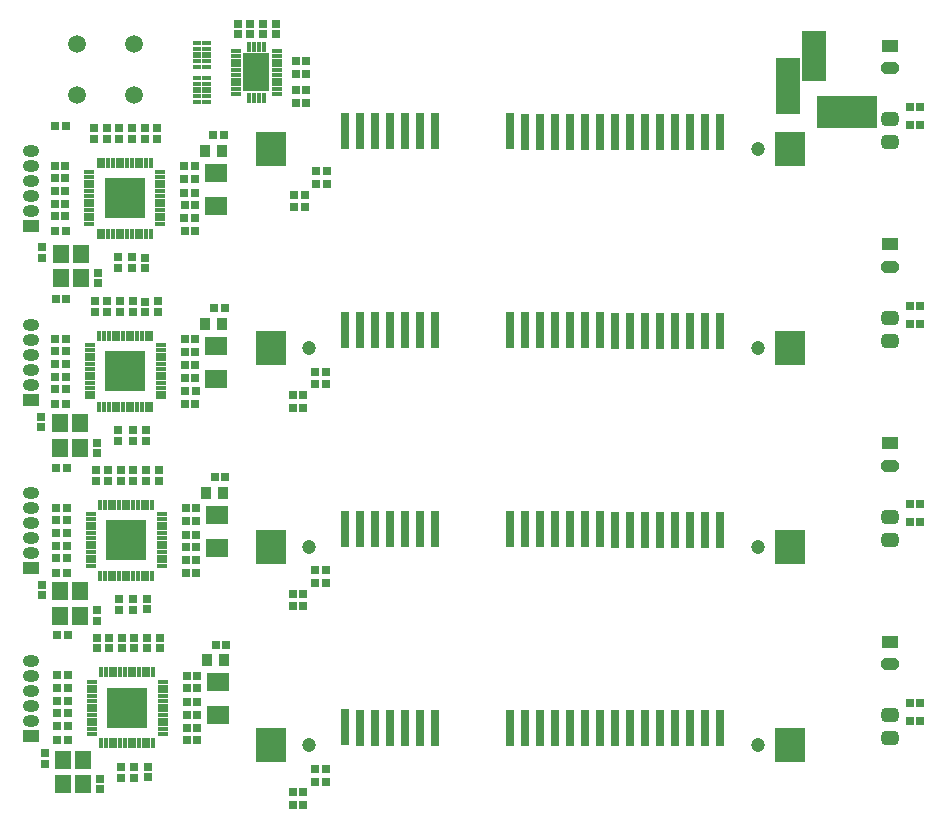
<source format=gts>
G04*
G04 #@! TF.GenerationSoftware,Altium Limited,Altium Designer,24.0.1 (36)*
G04*
G04 Layer_Color=8388736*
%FSLAX44Y44*%
%MOMM*%
G71*
G04*
G04 #@! TF.SameCoordinates,2863EE23-0FE7-43ED-B731-855E9A245776*
G04*
G04*
G04 #@! TF.FilePolarity,Negative*
G04*
G01*
G75*
%ADD33R,0.9032X0.4032*%
%ADD34R,0.4032X0.9032*%
%ADD35R,2.2032X3.2032*%
%ADD36R,0.7032X0.7032*%
%ADD37R,0.7032X0.7032*%
%ADD38O,0.9032X0.4032*%
%ADD39O,0.4032X0.9032*%
%ADD40R,3.5032X3.5032*%
%ADD41R,1.8532X1.6032*%
%ADD42R,2.6032X3.0032*%
%ADD43R,0.8032X3.1032*%
%ADD44R,1.4032X1.5032*%
%ADD45R,0.9532X1.0532*%
G04:AMPARAMS|DCode=46|XSize=1.4732mm|YSize=1.2192mm|CornerRadius=0.3556mm|HoleSize=0mm|Usage=FLASHONLY|Rotation=180.000|XOffset=0mm|YOffset=0mm|HoleType=Round|Shape=RoundedRectangle|*
%AMROUNDEDRECTD46*
21,1,1.4732,0.5080,0,0,180.0*
21,1,0.7620,1.2192,0,0,180.0*
1,1,0.7112,-0.3810,0.2540*
1,1,0.7112,0.3810,0.2540*
1,1,0.7112,0.3810,-0.2540*
1,1,0.7112,-0.3810,-0.2540*
%
%ADD46ROUNDEDRECTD46*%
G04:AMPARAMS|DCode=47|XSize=1.4732mm|YSize=1.0922mm|CornerRadius=0mm|HoleSize=0mm|Usage=FLASHONLY|Rotation=0.000|XOffset=0mm|YOffset=0mm|HoleType=Round|Shape=Octagon|*
%AMOCTAGOND47*
4,1,8,0.7366,-0.2731,0.7366,0.2731,0.4636,0.5461,-0.4636,0.5461,-0.7366,0.2731,-0.7366,-0.2731,-0.4636,-0.5461,0.4636,-0.5461,0.7366,-0.2731,0.0*
%
%ADD47OCTAGOND47*%

%ADD48R,1.4732X1.0922*%
%ADD49C,1.5032*%
%ADD50O,1.4032X1.0032*%
%ADD51R,1.4032X1.0032*%
%ADD52C,1.2032*%
%ADD53R,2.0032X4.7032*%
%ADD54R,2.0032X4.2032*%
%ADD55R,5.2032X2.8032*%
G36*
X166307Y618996D02*
X159257D01*
Y622396D01*
X166307D01*
Y618996D01*
D02*
G37*
G36*
X157957D02*
X150907D01*
Y622396D01*
X157957D01*
Y618996D01*
D02*
G37*
G36*
X166307Y613996D02*
X159257D01*
Y617396D01*
X166307D01*
Y613996D01*
D02*
G37*
G36*
X157957D02*
X150907D01*
Y617396D01*
X157957D01*
Y613996D01*
D02*
G37*
G36*
X166307Y607996D02*
X159257D01*
Y613396D01*
X166307D01*
Y607996D01*
D02*
G37*
G36*
X157957D02*
X150907D01*
Y613396D01*
X157957D01*
Y607996D01*
D02*
G37*
G36*
X166307Y603996D02*
X159257D01*
Y607396D01*
X166307D01*
Y603996D01*
D02*
G37*
G36*
X157957D02*
X150907D01*
Y607396D01*
X157957D01*
Y603996D01*
D02*
G37*
G36*
X166307Y598996D02*
X159257D01*
Y602396D01*
X166307D01*
Y598996D01*
D02*
G37*
G36*
X157957D02*
X150907D01*
Y602396D01*
X157957D01*
Y598996D01*
D02*
G37*
G36*
X166307Y648728D02*
X159257D01*
Y652128D01*
X166307D01*
Y648728D01*
D02*
G37*
G36*
X157957D02*
X150907D01*
Y652128D01*
X157957D01*
Y648728D01*
D02*
G37*
G36*
X166307Y643728D02*
X159257D01*
Y647128D01*
X166307D01*
Y643728D01*
D02*
G37*
G36*
X157957D02*
X150907D01*
Y647128D01*
X157957D01*
Y643728D01*
D02*
G37*
G36*
X166307Y637728D02*
X159257D01*
Y643128D01*
X166307D01*
Y637728D01*
D02*
G37*
G36*
X157957D02*
X150907D01*
Y643128D01*
X157957D01*
Y637728D01*
D02*
G37*
G36*
X166307Y633728D02*
X159257D01*
Y637128D01*
X166307D01*
Y633728D01*
D02*
G37*
G36*
X157957D02*
X150907D01*
Y637128D01*
X157957D01*
Y633728D01*
D02*
G37*
G36*
X166307Y628728D02*
X159257D01*
Y632128D01*
X166307D01*
Y628728D01*
D02*
G37*
G36*
X157957D02*
X150907D01*
Y632128D01*
X157957D01*
Y628728D01*
D02*
G37*
D33*
X187978Y643600D02*
D03*
Y639600D02*
D03*
Y635602D02*
D03*
Y631601D02*
D03*
Y627601D02*
D03*
Y623601D02*
D03*
Y619600D02*
D03*
Y615602D02*
D03*
Y611601D02*
D03*
Y607601D02*
D03*
X221978Y607604D02*
D03*
Y611604D02*
D03*
Y615602D02*
D03*
Y619603D02*
D03*
Y623603D02*
D03*
Y627603D02*
D03*
Y631604D02*
D03*
Y635602D02*
D03*
Y639603D02*
D03*
Y643603D02*
D03*
D34*
X198979Y603601D02*
D03*
X202979D02*
D03*
X206980D02*
D03*
X210980D02*
D03*
X210977Y647604D02*
D03*
X206977D02*
D03*
X202976D02*
D03*
X198976D02*
D03*
D35*
X204978Y625602D02*
D03*
D36*
X87376Y469066D02*
D03*
Y460066D02*
D03*
X79386Y288909D02*
D03*
Y279909D02*
D03*
X113030Y37270D02*
D03*
Y28770D02*
D03*
X188976Y666932D02*
D03*
Y657932D02*
D03*
X210312Y666614D02*
D03*
X199644Y666682D02*
D03*
X221234Y666614D02*
D03*
X68072Y422911D02*
D03*
X67564Y569469D02*
D03*
X69596Y137923D02*
D03*
X68718Y279909D02*
D03*
X78232Y578469D02*
D03*
X99568Y460066D02*
D03*
Y578469D02*
D03*
X67564D02*
D03*
X71120Y447112D02*
D03*
X23622Y468702D02*
D03*
X88900Y578469D02*
D03*
X110236Y578186D02*
D03*
X112268Y146640D02*
D03*
X111390Y288626D02*
D03*
X110744Y431628D02*
D03*
X72898Y18614D02*
D03*
X25654Y40530D02*
D03*
X70358Y161108D02*
D03*
X23114Y182952D02*
D03*
X90932Y146922D02*
D03*
X69596Y146923D02*
D03*
X90054Y288908D02*
D03*
X68718Y288909D02*
D03*
X101600Y28520D02*
D03*
X89916D02*
D03*
X80264Y146923D02*
D03*
X101600D02*
D03*
X88922Y170506D02*
D03*
X100722Y288909D02*
D03*
Y170506D02*
D03*
X70104Y303022D02*
D03*
X22860Y325192D02*
D03*
X89408Y431910D02*
D03*
X68072Y431911D02*
D03*
X87884Y313762D02*
D03*
X100076Y431911D02*
D03*
Y313508D02*
D03*
X78740Y431911D02*
D03*
X199644Y658182D02*
D03*
X210312Y658114D02*
D03*
X221234D02*
D03*
X101600Y37520D02*
D03*
X88922Y179506D02*
D03*
X70358Y170108D02*
D03*
X23114Y191952D02*
D03*
X87884Y322762D02*
D03*
X100722Y179506D02*
D03*
X112036Y171010D02*
D03*
Y179510D02*
D03*
X99568Y569469D02*
D03*
X110236Y569686D02*
D03*
X110998Y460316D02*
D03*
Y468816D02*
D03*
X99568Y469066D02*
D03*
X120904Y569468D02*
D03*
Y578468D02*
D03*
X78232Y569469D02*
D03*
X88900D02*
D03*
X71120Y456112D02*
D03*
X23622Y477702D02*
D03*
X70104Y312022D02*
D03*
X22860Y334192D02*
D03*
X121412Y422982D02*
D03*
Y431982D02*
D03*
X78740Y422911D02*
D03*
X100076D02*
D03*
X89408Y422910D02*
D03*
X110744Y423128D02*
D03*
X111506Y314012D02*
D03*
Y322512D02*
D03*
X100076Y322508D02*
D03*
X122058Y279980D02*
D03*
Y288980D02*
D03*
X111390Y280126D02*
D03*
X90054Y279908D02*
D03*
X100722Y279909D02*
D03*
X112268Y138140D02*
D03*
X72898Y27614D02*
D03*
X25654Y49530D02*
D03*
X90932Y137922D02*
D03*
X89916Y37520D02*
D03*
X80264Y137923D02*
D03*
X101600D02*
D03*
X122936Y146994D02*
D03*
Y137994D02*
D03*
D37*
X144743Y366522D02*
D03*
X153244D02*
D03*
X145389Y223520D02*
D03*
X153890D02*
D03*
X146267Y81534D02*
D03*
X154768D02*
D03*
X45140Y93726D02*
D03*
X36140D02*
D03*
X43616Y368046D02*
D03*
Y378714D02*
D03*
X34108Y514604D02*
D03*
Y525272D02*
D03*
X34616Y368046D02*
D03*
Y378714D02*
D03*
X35262Y225044D02*
D03*
Y235712D02*
D03*
X36140Y83058D02*
D03*
X238070Y624332D02*
D03*
Y635000D02*
D03*
X247070D02*
D03*
Y624332D02*
D03*
X45140Y83058D02*
D03*
X44262Y225044D02*
D03*
Y235712D02*
D03*
X43108Y514604D02*
D03*
Y525272D02*
D03*
X235784Y5334D02*
D03*
X244784D02*
D03*
X235784Y16002D02*
D03*
X244784D02*
D03*
X235784Y184404D02*
D03*
X244784D02*
D03*
X238066Y599694D02*
D03*
X246566D02*
D03*
X145868Y104140D02*
D03*
X144344Y389128D02*
D03*
X144990Y246126D02*
D03*
X143836Y535686D02*
D03*
X34108Y503936D02*
D03*
X153018Y523748D02*
D03*
X34108Y535940D02*
D03*
X168474Y572516D02*
D03*
X153018Y502412D02*
D03*
X34362Y491744D02*
D03*
X34108Y546608D02*
D03*
X152836Y535686D02*
D03*
Y546354D02*
D03*
X36140Y115062D02*
D03*
X154868Y114808D02*
D03*
Y104140D02*
D03*
X35262Y257048D02*
D03*
X44516Y291084D02*
D03*
X153990Y246126D02*
D03*
X36212Y60198D02*
D03*
X36140Y104394D02*
D03*
Y72390D02*
D03*
X155050Y92202D02*
D03*
X35334Y202184D02*
D03*
X154172Y234188D02*
D03*
X35262Y246380D02*
D03*
Y214376D02*
D03*
X170506Y140970D02*
D03*
X169628Y282956D02*
D03*
X155050Y70866D02*
D03*
X154172Y212852D02*
D03*
X153344Y399796D02*
D03*
X34616Y400050D02*
D03*
X153344Y389128D02*
D03*
Y377698D02*
D03*
X34616Y357378D02*
D03*
Y389382D02*
D03*
X34688Y345186D02*
D03*
X168982Y425958D02*
D03*
X153526Y355854D02*
D03*
X246566Y610616D02*
D03*
X43362Y580644D02*
D03*
X43870Y434086D02*
D03*
X153990Y256794D02*
D03*
X45394Y149098D02*
D03*
X238066Y610616D02*
D03*
X34362Y580644D02*
D03*
X36394Y149098D02*
D03*
X35516Y291084D02*
D03*
X34870Y434086D02*
D03*
X767139Y596342D02*
D03*
Y581106D02*
D03*
Y428118D02*
D03*
Y412907D02*
D03*
Y259843D02*
D03*
Y244632D02*
D03*
Y91695D02*
D03*
Y76611D02*
D03*
X263834Y35814D02*
D03*
X254834D02*
D03*
X177474Y572516D02*
D03*
X143836Y546354D02*
D03*
X152736Y491744D02*
D03*
X144235D02*
D03*
X144018Y502412D02*
D03*
Y523748D02*
D03*
X152736Y513080D02*
D03*
X144235D02*
D03*
X43362Y491744D02*
D03*
X43108Y535940D02*
D03*
Y546608D02*
D03*
Y503936D02*
D03*
X144344Y399796D02*
D03*
X153244Y345186D02*
D03*
X144743D02*
D03*
X144526Y355854D02*
D03*
X177982Y425958D02*
D03*
X144344Y377698D02*
D03*
X43616Y357378D02*
D03*
X43688Y345186D02*
D03*
X43616Y389382D02*
D03*
Y400050D02*
D03*
X153890Y202184D02*
D03*
X145389D02*
D03*
X145172Y234188D02*
D03*
X178628Y282956D02*
D03*
X145172Y212852D02*
D03*
X144990Y256794D02*
D03*
X44262Y257048D02*
D03*
Y246380D02*
D03*
X44334Y202184D02*
D03*
X44262Y214376D02*
D03*
X758639Y76611D02*
D03*
Y91695D02*
D03*
Y244632D02*
D03*
Y259843D02*
D03*
Y412907D02*
D03*
Y428118D02*
D03*
Y581106D02*
D03*
Y596342D02*
D03*
X146267Y60198D02*
D03*
X154768D02*
D03*
X45140Y115062D02*
D03*
X145868Y114808D02*
D03*
X45212Y60198D02*
D03*
X45140Y104394D02*
D03*
Y72390D02*
D03*
X146050Y92202D02*
D03*
X179506Y140970D02*
D03*
X146050Y70866D02*
D03*
X236872Y511302D02*
D03*
X245872D02*
D03*
X235530Y341884D02*
D03*
X244530D02*
D03*
X236872Y521970D02*
D03*
X245872D02*
D03*
X235530Y352552D02*
D03*
X244530D02*
D03*
X255778Y531114D02*
D03*
X264778D02*
D03*
X254508Y361696D02*
D03*
X263508D02*
D03*
X255778Y541782D02*
D03*
X264778D02*
D03*
X254508Y372364D02*
D03*
X263508D02*
D03*
X235784Y173736D02*
D03*
X244784D02*
D03*
X254834Y193294D02*
D03*
X263834D02*
D03*
X254762Y25146D02*
D03*
X263762D02*
D03*
X254834Y203962D02*
D03*
X263834D02*
D03*
D38*
X123980Y386618D02*
D03*
Y394618D02*
D03*
Y390618D02*
D03*
Y374618D02*
D03*
Y370618D02*
D03*
Y382618D02*
D03*
Y378618D02*
D03*
Y358618D02*
D03*
Y366618D02*
D03*
Y362618D02*
D03*
Y354618D02*
D03*
Y350618D02*
D03*
X63980Y366618D02*
D03*
Y386618D02*
D03*
Y394618D02*
D03*
Y390618D02*
D03*
Y374618D02*
D03*
Y370618D02*
D03*
Y382618D02*
D03*
Y378618D02*
D03*
Y358618D02*
D03*
Y362618D02*
D03*
Y354618D02*
D03*
Y350618D02*
D03*
X63472Y501176D02*
D03*
Y505176D02*
D03*
X64626Y211616D02*
D03*
Y215616D02*
D03*
X65504Y69630D02*
D03*
Y73630D02*
D03*
X63472Y533176D02*
D03*
Y541176D02*
D03*
X64626Y243616D02*
D03*
Y251616D02*
D03*
X65504Y101630D02*
D03*
Y109630D02*
D03*
Y81630D02*
D03*
X64626Y223616D02*
D03*
X65504Y85630D02*
D03*
X64626Y227616D02*
D03*
X63472Y513176D02*
D03*
Y517176D02*
D03*
Y537176D02*
D03*
Y529176D02*
D03*
Y525176D02*
D03*
Y521176D02*
D03*
Y509176D02*
D03*
Y497176D02*
D03*
X123472D02*
D03*
Y501176D02*
D03*
Y505176D02*
D03*
Y509176D02*
D03*
Y513176D02*
D03*
Y517176D02*
D03*
Y521176D02*
D03*
Y525176D02*
D03*
Y529176D02*
D03*
Y533176D02*
D03*
Y537176D02*
D03*
Y541176D02*
D03*
X65504Y105630D02*
D03*
Y97630D02*
D03*
Y93630D02*
D03*
Y89630D02*
D03*
Y77630D02*
D03*
Y65630D02*
D03*
X125504D02*
D03*
Y69630D02*
D03*
Y73630D02*
D03*
Y77630D02*
D03*
Y81630D02*
D03*
Y85630D02*
D03*
Y89630D02*
D03*
Y93630D02*
D03*
Y97630D02*
D03*
Y101630D02*
D03*
Y105630D02*
D03*
Y109630D02*
D03*
X64626Y247616D02*
D03*
Y239616D02*
D03*
Y235616D02*
D03*
Y231616D02*
D03*
Y219616D02*
D03*
Y207616D02*
D03*
X124626D02*
D03*
Y211616D02*
D03*
Y215616D02*
D03*
Y219616D02*
D03*
Y223616D02*
D03*
Y227616D02*
D03*
Y231616D02*
D03*
Y235616D02*
D03*
Y239616D02*
D03*
Y243616D02*
D03*
Y247616D02*
D03*
Y251616D02*
D03*
D39*
X103980Y402618D02*
D03*
X99980D02*
D03*
X107980D02*
D03*
X91980D02*
D03*
X95980D02*
D03*
X115980D02*
D03*
X111980D02*
D03*
X95980Y342618D02*
D03*
X99980D02*
D03*
X91980D02*
D03*
X111980D02*
D03*
X115980D02*
D03*
X103980D02*
D03*
X107980D02*
D03*
X79980Y402618D02*
D03*
X75980D02*
D03*
X83980D02*
D03*
X71980D02*
D03*
X87980D02*
D03*
X75980Y342618D02*
D03*
X79980D02*
D03*
X71980D02*
D03*
X83980D02*
D03*
X87980D02*
D03*
X115472Y549176D02*
D03*
X111472D02*
D03*
X107472D02*
D03*
X103472D02*
D03*
X99472D02*
D03*
X95472D02*
D03*
X91472D02*
D03*
X87472D02*
D03*
X83472D02*
D03*
X79472D02*
D03*
X75472D02*
D03*
X71472D02*
D03*
Y489176D02*
D03*
X75472D02*
D03*
X79472D02*
D03*
X83472D02*
D03*
X87472D02*
D03*
X91472D02*
D03*
X95472D02*
D03*
X99472D02*
D03*
X103472D02*
D03*
X107472D02*
D03*
X111472D02*
D03*
X115472D02*
D03*
X117504Y117630D02*
D03*
X113504D02*
D03*
X109504D02*
D03*
X105504D02*
D03*
X101504D02*
D03*
X97504D02*
D03*
X93504D02*
D03*
X89504D02*
D03*
X85504D02*
D03*
X81504D02*
D03*
X77504D02*
D03*
X73504D02*
D03*
Y57630D02*
D03*
X77504D02*
D03*
X81504D02*
D03*
X85504D02*
D03*
X89504D02*
D03*
X93504D02*
D03*
X97504D02*
D03*
X101504D02*
D03*
X105504D02*
D03*
X109504D02*
D03*
X113504D02*
D03*
X117504D02*
D03*
X116626Y259616D02*
D03*
X112626D02*
D03*
X108626D02*
D03*
X104626D02*
D03*
X100626D02*
D03*
X96626D02*
D03*
X92626D02*
D03*
X88626D02*
D03*
X84626D02*
D03*
X80626D02*
D03*
X76626D02*
D03*
X72626D02*
D03*
Y199616D02*
D03*
X76626D02*
D03*
X80626D02*
D03*
X84626D02*
D03*
X88626D02*
D03*
X92626D02*
D03*
X96626D02*
D03*
X100626D02*
D03*
X104626D02*
D03*
X108626D02*
D03*
X112626D02*
D03*
X116626D02*
D03*
D40*
X93980Y372618D02*
D03*
X93472Y519176D02*
D03*
X95504Y87630D02*
D03*
X94626Y229616D02*
D03*
D41*
X170942Y366238D02*
D03*
Y394238D02*
D03*
X170434Y540796D02*
D03*
Y512796D02*
D03*
X171588Y251236D02*
D03*
Y223236D02*
D03*
X172466Y81250D02*
D03*
Y109250D02*
D03*
D42*
X656904Y55896D02*
D03*
X217504D02*
D03*
X656904Y224125D02*
D03*
X217504D02*
D03*
X656904Y560726D02*
D03*
X217504D02*
D03*
X656904Y392425D02*
D03*
X217504D02*
D03*
D43*
X597104Y70416D02*
D03*
X584403D02*
D03*
X571703D02*
D03*
X559003D02*
D03*
X546303D02*
D03*
X533604D02*
D03*
X520904D02*
D03*
X508204D02*
D03*
X495504Y70655D02*
D03*
X482803D02*
D03*
X470103D02*
D03*
X457403D02*
D03*
X444703D02*
D03*
X432004D02*
D03*
X419304Y70896D02*
D03*
X355803D02*
D03*
X343103D02*
D03*
X330404D02*
D03*
X317703D02*
D03*
X305004D02*
D03*
X292304D02*
D03*
X279604Y71136D02*
D03*
X559003Y238645D02*
D03*
X533604D02*
D03*
X482803Y238885D02*
D03*
X470103D02*
D03*
X355803Y239125D02*
D03*
X279604Y239366D02*
D03*
X559003Y575246D02*
D03*
X533604D02*
D03*
X482803Y575485D02*
D03*
X470103D02*
D03*
X355803Y575726D02*
D03*
X279604Y575965D02*
D03*
X559003Y406945D02*
D03*
X533604D02*
D03*
X482803Y407186D02*
D03*
X470103D02*
D03*
X355803Y407425D02*
D03*
X279604Y407665D02*
D03*
X317703Y239125D02*
D03*
Y407425D02*
D03*
Y575726D02*
D03*
X597104Y238645D02*
D03*
X584403D02*
D03*
X571703D02*
D03*
X546303D02*
D03*
X520904D02*
D03*
X508204D02*
D03*
X495504Y238885D02*
D03*
X457403D02*
D03*
X444703D02*
D03*
X432004D02*
D03*
X419304Y239125D02*
D03*
X343103D02*
D03*
X330404D02*
D03*
X305004D02*
D03*
X292304D02*
D03*
X597104Y575246D02*
D03*
X584403D02*
D03*
X571703D02*
D03*
X546303D02*
D03*
X520904D02*
D03*
X508204D02*
D03*
X495504Y575485D02*
D03*
X457403D02*
D03*
X444703D02*
D03*
X432004D02*
D03*
X419304Y575726D02*
D03*
X343103D02*
D03*
X330404D02*
D03*
X305004D02*
D03*
X292304D02*
D03*
X597104Y406945D02*
D03*
X584403D02*
D03*
X571703D02*
D03*
X546303D02*
D03*
X520904D02*
D03*
X508204D02*
D03*
X495504Y407186D02*
D03*
X457403D02*
D03*
X444703D02*
D03*
X432004D02*
D03*
X419304Y407425D02*
D03*
X343103D02*
D03*
X330404D02*
D03*
X305004D02*
D03*
X292304D02*
D03*
D44*
X41284Y43774D02*
D03*
Y22774D02*
D03*
X58284D02*
D03*
Y43774D02*
D03*
X38998Y186268D02*
D03*
Y165268D02*
D03*
X55998D02*
D03*
Y186268D02*
D03*
X38744Y328508D02*
D03*
Y307508D02*
D03*
X55744D02*
D03*
Y328508D02*
D03*
X39506Y472272D02*
D03*
Y451272D02*
D03*
X56506D02*
D03*
Y472272D02*
D03*
D45*
X161152Y559308D02*
D03*
X163184Y127762D02*
D03*
X162306Y269748D02*
D03*
X161660Y412750D02*
D03*
X175652Y559308D02*
D03*
X176160Y412750D02*
D03*
X176806Y269748D02*
D03*
X177684Y127762D02*
D03*
D46*
X741680Y81618D02*
D03*
Y62110D02*
D03*
Y249648D02*
D03*
Y230140D02*
D03*
Y417878D02*
D03*
Y398370D02*
D03*
Y586108D02*
D03*
Y566600D02*
D03*
D47*
X741679Y124619D02*
D03*
Y292849D02*
D03*
Y461079D02*
D03*
Y629311D02*
D03*
D48*
Y143619D02*
D03*
Y311849D02*
D03*
Y480079D02*
D03*
Y648311D02*
D03*
D49*
X100962Y649896D02*
D03*
Y606896D02*
D03*
X52962D02*
D03*
Y649896D02*
D03*
D50*
X14224Y411734D02*
D03*
Y386334D02*
D03*
Y373634D02*
D03*
Y360934D02*
D03*
Y399034D02*
D03*
X14478Y558800D02*
D03*
Y533400D02*
D03*
Y520700D02*
D03*
Y508000D02*
D03*
Y546100D02*
D03*
X14224Y127000D02*
D03*
Y101600D02*
D03*
Y88900D02*
D03*
Y76200D02*
D03*
Y114300D02*
D03*
X13970Y269240D02*
D03*
Y243840D02*
D03*
Y231140D02*
D03*
Y218440D02*
D03*
Y256540D02*
D03*
D51*
X14224Y348234D02*
D03*
X14478Y495300D02*
D03*
X14224Y63500D02*
D03*
X13970Y205740D02*
D03*
D52*
X249403Y55896D02*
D03*
X629403D02*
D03*
X249403Y224125D02*
D03*
X629403D02*
D03*
Y560726D02*
D03*
X249403Y392425D02*
D03*
X629403D02*
D03*
D53*
X654910Y614318D02*
D03*
D54*
X676910Y639318D02*
D03*
D55*
X704910Y591818D02*
D03*
M02*

</source>
